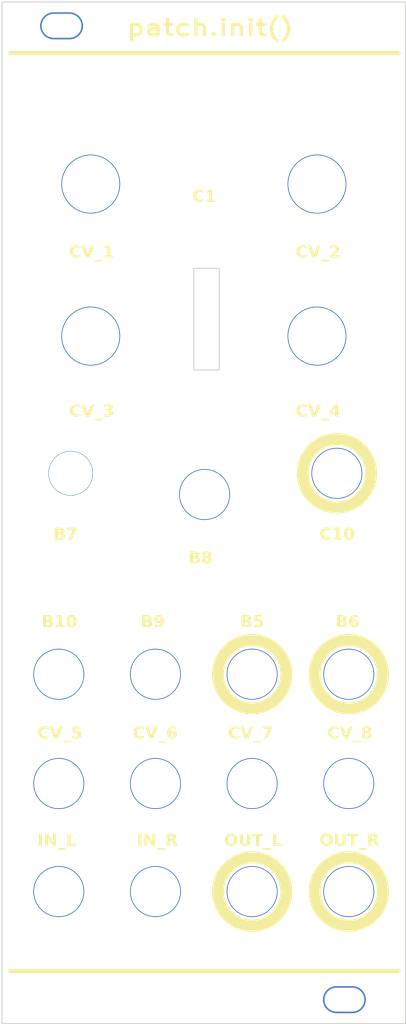
<source format=kicad_pcb>
(kicad_pcb (version 20241229) (generator "pcbnew") (generator_version "9.0")
  (layers (0 "F.Cu" signal) (2 "B.Cu" signal) (13 "F.Paste" user) (15 "B.Paste" user) (5 "F.SilkS" user "F.Silkscreen") (7 "B.SilkS" user "B.Silkscreen") (1 "F.Mask" user) (3 "B.Mask" user) (25 "Edge.Cuts" user))
  (net 0 "")
  (footprint "dspcoffee:daisypatch rev2" (layer "F.Cu") (at 26.545 27.095)
    (property "Reference" "REF**" (hide yes))
    (property "Value" "daisypatch rev2" (hide yes))
    (fp_rect (start 0 0) (end 50.8 128.5) (stroke (width 0.12)) (fill no) (layer "Edge.Cuts"))
    (fp_rect (start 24.14 33.493) (end 27.348 46.295) (stroke (width 0.12)) (fill no) (layer "Edge.Cuts"))
    (pad "" np_thru_hole circle (at 7.149999 84.561952) (size 6.4 6.4) (drill 6.2) (layers "*.Cu" "*.Mask"))
    (pad "" np_thru_hole circle (at 7.149999 98.311904) (size 6.4 6.4) (drill 6.2) (layers "*.Cu" "*.Mask"))
    (pad "" np_thru_hole circle (at 7.149999 111.900001) (size 6.4 6.4) (drill 6.2) (layers "*.Cu" "*.Mask"))
    (pad "" np_thru_hole oval (at 7.5 3) (size 5.4 3.4) (drill oval 5 3) (layers "*.Cu" "*.Mask"))
    (pad "" np_thru_hole circle (at 8.649995 59.288225) (size 5.6 5.6) (drill 5.5) (layers "*.Cu" "*.Mask"))
    (pad "" np_thru_hole circle (at 11.1755 22.904289) (size 7.4 7.4) (drill 7.2) (layers "*.Cu" "*.Mask"))
    (pad "" np_thru_hole circle (at 11.1755 42.027311) (size 7.4 7.4) (drill 7.2) (layers "*.Cu" "*.Mask"))
    (pad "" np_thru_hole circle (at 19.316694 84.561903) (size 6.4 6.4) (drill 6.2) (layers "*.Cu" "*.Mask"))
    (pad "" np_thru_hole circle (at 19.316694 98.311904) (size 6.4 6.4) (drill 6.2) (layers "*.Cu" "*.Mask"))
    (pad "" np_thru_hole circle (at 19.316694 111.900001) (size 6.4 6.4) (drill 6.2) (layers "*.Cu" "*.Mask"))
    (pad "" np_thru_hole circle (at 25.399999 19.252005) (size 3.2 3.2) (drill 3.2) (layers "*.Cu" "*.Mask"))
    (pad "" np_thru_hole circle (at 25.502894 61.956597) (size 6.4 6.4) (drill 6.2) (layers "*.Cu" "*.Mask"))
    (pad "" np_thru_hole circle (at 31.483297 84.561903) (size 6.4 6.4) (drill 6.2) (layers "*.Cu" "*.Mask"))
    (pad "" np_thru_hole circle (at 31.483297 98.311904) (size 6.4 6.4) (drill 6.2) (layers "*.Cu" "*.Mask"))
    (pad "" np_thru_hole circle (at 31.483297 111.900001) (size 6.4 6.4) (drill 6.2) (layers "*.Cu" "*.Mask"))
    (pad "" np_thru_hole circle (at 39.649996 22.904289) (size 7.4 7.4) (drill 7.2) (layers "*.Cu" "*.Mask"))
    (pad "" np_thru_hole circle (at 39.649996 42.027311) (size 7.4 7.4) (drill 7.2) (layers "*.Cu" "*.Mask"))
    (pad "" np_thru_hole circle (at 42.155087 59.288206) (size 6.4 6.4) (drill 6.2) (layers "*.Cu" "*.Mask"))
    (pad "" np_thru_hole oval (at 43.1 125.5) (size 5.4 3.4) (drill oval 5 3) (layers "*.Cu" "*.Mask"))
    (pad "" np_thru_hole circle (at 43.65 84.561903) (size 6.4 6.4) (drill 6.2) (layers "*.Cu" "*.Mask"))
    (pad "" np_thru_hole circle (at 43.65 98.311904) (size 6.4 6.4) (drill 6.2) (layers "*.Cu" "*.Mask"))
    (pad "" np_thru_hole circle (at 43.65 111.900001) (size 6.4 6.4) (drill 6.2) (layers "*.Cu" "*.Mask"))
  )
  (gr_line (start 27.5 33.5) (end 76.5 33.5) (stroke (width 0.5)) (layer "F.SilkS"))
  (gr_circle (center 58.028297 138.995001) (end 62.328297 138.995001) (stroke (width 1.5)) (fill no) (layer "F.SilkS"))
  (gr_line (start 27.5 149) (end 76.5 149) (stroke (width 0.5)) (layer "F.SilkS"))
  (gr_circle (center 70.195 138.995001) (end 74.495 138.995001) (stroke (width 1.5)) (fill no) (layer "F.SilkS"))
  (gr_circle (center 70.195 111.656903) (end 74.495 111.656903) (stroke (width 1.5)) (fill no) (layer "F.SilkS"))
  (gr_circle (center 68.700087 86.383206) (end 73.000087 86.383206) (stroke (width 1.5)) (fill no) (layer "F.SilkS"))
  (gr_circle (center 58.028297 111.656903) (end 62.328297 111.656903) (stroke (width 1.5)) (fill no) (layer "F.SilkS"))
  (gr_text "B8" (at 50 98 0) (layer "F.SilkS") (effects (font (size 1.5 1.5) (thickness 0.25)) (justify left bottom)))
  (gr_text "CV_2" (at 63.5 59.5 0) (layer "F.SilkS") (effects (font (size 1.5 1.5) (thickness 0.25)) (justify left bottom)))
  (gr_text "CV_1" (at 35 59.5 0) (layer "F.SilkS") (effects (font (size 1.5 1.5) (thickness 0.1875)) (justify left bottom)))
  (gr_text "CV_4" (at 63.5 79.5 0) (layer "F.SilkS") (effects (font (size 1.5 1.5) (thickness 0.25)) (justify left bottom)))
  (gr_text "C10" (at 66.5 95 0) (layer "F.SilkS") (effects (font (size 1.5 1.5) (thickness 0.25)) (justify left bottom)))
  (gr_text "CV_6" (at 43 120 0) (layer "F.SilkS") (effects (font (size 1.5 1.5) (thickness 0.25)) (justify left bottom)))
  (gr_text "B5" (at 56.5 106 0) (layer "F.SilkS") (effects (font (size 1.5 1.5) (thickness 0.25)) (justify left bottom)))
  (gr_text "patch.init()" (at 42 31.5 0) (layer "F.SilkS") (effects (font (size 2 2.5) (thickness 0.4) (bold yes)) (justify left bottom)))
  (gr_text "C1" (at 50.5 52.5 0) (layer "F.SilkS") (effects (font (size 1.5 1.5) (thickness 0.25)) (justify left bottom)))
  (gr_text "OUT_L" (at 54.5 133.5 0) (layer "F.SilkS") (effects (font (size 1.5 1.5) (thickness 0.25)) (justify left bottom)))
  (gr_text "CV_8" (at 67.5 120 0) (layer "F.SilkS") (effects (font (size 1.5 1.5) (thickness 0.25)) (justify left bottom)))
  (gr_text "B7" (at 33 95 0) (layer "F.SilkS") (effects (font (size 1.5 1.5) (thickness 0.25)) (justify left bottom)))
  (gr_text "CV_3" (at 35 79.5 0) (layer "F.SilkS") (effects (font (size 1.5 1.5) (thickness 0.25)) (justify left bottom)))
  (gr_text "B6" (at 68.5 106 0) (layer "F.SilkS") (effects (font (size 1.5 1.5) (thickness 0.25)) (justify left bottom)))
  (gr_text "B10" (at 31.5 106 0) (layer "F.SilkS") (effects (font (size 1.5 1.5) (thickness 0.25)) (justify left bottom)))
  (gr_text "IN_L" (at 31 133.5 0) (layer "F.SilkS") (effects (font (size 1.5 1.5) (thickness 0.25)) (justify left bottom)))
  (gr_text "CV_5" (at 31 120 0) (layer "F.SilkS") (effects (font (size 1.5 1.5) (thickness 0.25)) (justify left bottom)))
  (gr_text "OUT_R" (at 66.5 133.5 0) (layer "F.SilkS") (effects (font (size 1.5 1.5) (thickness 0.25)) (justify left bottom)))
  (gr_text "B9" (at 44 106 0) (layer "F.SilkS") (effects (font (size 1.5 1.5) (thickness 0.25)) (justify left bottom)))
  (gr_text "IN_R" (at 43.5 133.5 0) (layer "F.SilkS") (effects (font (size 1.5 1.5) (thickness 0.25)) (justify left bottom)))
  (gr_text "CV_7" (at 55 120 0) (layer "F.SilkS") (effects (font (size 1.5 1.5) (thickness 0.25)) (justify left bottom)))
)
</source>
